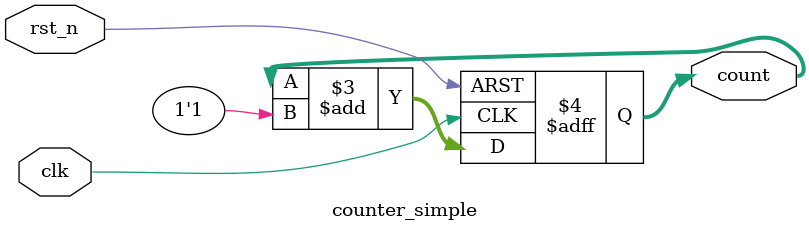
<source format=sv>
module counter_simple #(
    parameter int WIDTH = 8
)(
    input logic clk,
    input logic rst_n,
    output logic [WIDTH - 1:0] count
);
    always_ff @(posedge clk or negedge rst_n)
    begin
        if(!rst_n)
        count <= '0;                 //'0. Апостроф в данном случае означает, что нет привязки к ширине
    else
        count <= count + 1'b1;
    end
endmodule

</source>
